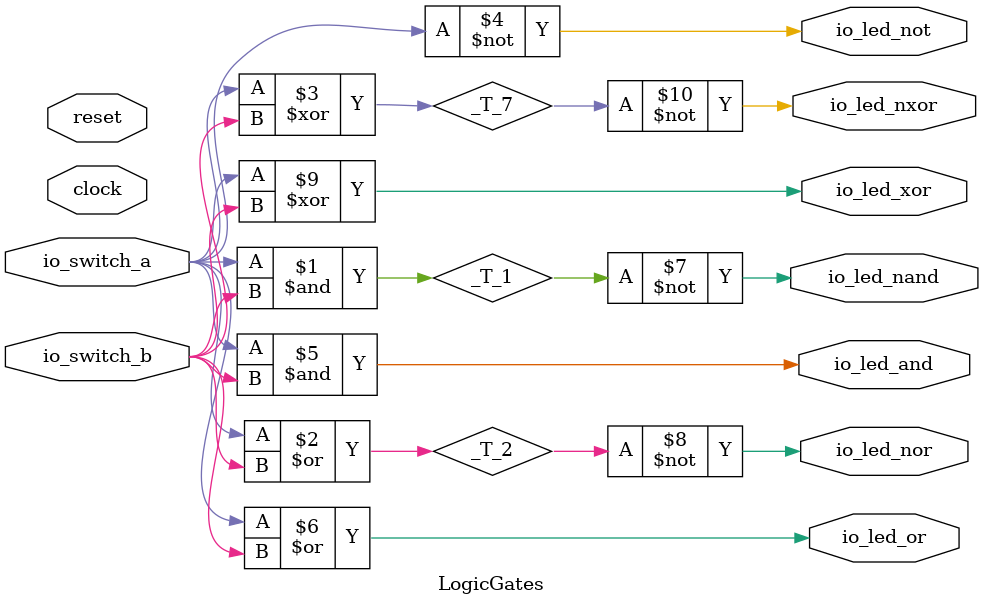
<source format=v>
module LogicGates(
  input   clock,
  input   reset,
  input   io_switch_a,
  input   io_switch_b,
  output  io_led_not,
  output  io_led_and,
  output  io_led_or,
  output  io_led_nand,
  output  io_led_nor,
  output  io_led_xor,
  output  io_led_nxor
);
  wire  _T_1 = io_switch_a & io_switch_b; // @[LogicGates.scala 20:32]
  wire  _T_2 = io_switch_a | io_switch_b; // @[LogicGates.scala 21:32]
  wire  _T_7 = io_switch_a ^ io_switch_b; // @[LogicGates.scala 24:32]
  assign io_led_not = ~io_switch_a; // @[LogicGates.scala 19:17]
  assign io_led_and = io_switch_a & io_switch_b; // @[LogicGates.scala 20:17]
  assign io_led_or = io_switch_a | io_switch_b; // @[LogicGates.scala 21:17]
  assign io_led_nand = ~_T_1; // @[LogicGates.scala 22:17]
  assign io_led_nor = ~_T_2; // @[LogicGates.scala 23:17]
  assign io_led_xor = io_switch_a ^ io_switch_b; // @[LogicGates.scala 24:17]
  assign io_led_nxor = ~_T_7; // @[LogicGates.scala 25:17]
endmodule

</source>
